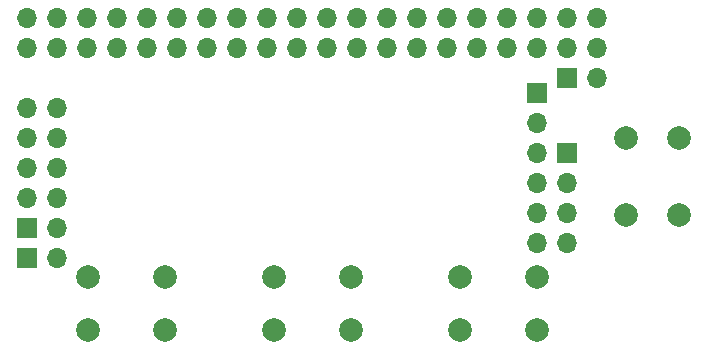
<source format=gbl>
G04 #@! TF.GenerationSoftware,KiCad,Pcbnew,(5.1.4)-1*
G04 #@! TF.CreationDate,2020-03-10T21:25:51+00:00*
G04 #@! TF.ProjectId,rgb-to-hdmi,7267622d-746f-42d6-9864-6d692e6b6963,rev?*
G04 #@! TF.SameCoordinates,Original*
G04 #@! TF.FileFunction,Copper,L2,Bot*
G04 #@! TF.FilePolarity,Positive*
%FSLAX46Y46*%
G04 Gerber Fmt 4.6, Leading zero omitted, Abs format (unit mm)*
G04 Created by KiCad (PCBNEW (5.1.4)-1) date 2020-03-10 21:25:51*
%MOMM*%
%LPD*%
G04 APERTURE LIST*
%ADD10R,1.700000X1.700000*%
%ADD11O,1.700000X1.700000*%
%ADD12C,2.000000*%
G04 APERTURE END LIST*
D10*
X24372000Y-44510960D03*
D11*
X26912000Y-44510960D03*
X24372000Y-41970960D03*
X26912000Y-41970960D03*
X24372000Y-39430960D03*
X26912000Y-39430960D03*
X24372000Y-36890960D03*
X26912000Y-36890960D03*
X24372000Y-34350960D03*
X26912000Y-34350960D03*
D10*
X70092000Y-38135560D03*
D11*
X70092000Y-40675560D03*
X70092000Y-43215560D03*
X70092000Y-45755560D03*
D10*
X67600800Y-33054001D03*
D11*
X67600800Y-35594001D03*
X67600800Y-38134001D03*
X67600800Y-40674001D03*
X67600800Y-43214001D03*
X67600800Y-45754001D03*
D12*
X29556000Y-53146960D03*
X29556000Y-48646960D03*
X36056000Y-53146960D03*
X36056000Y-48646960D03*
X51804000Y-48646960D03*
X51804000Y-53146960D03*
X45304000Y-48646960D03*
X45304000Y-53146960D03*
X67552000Y-48646960D03*
X67552000Y-53146960D03*
X61052000Y-48646960D03*
X61052000Y-53146960D03*
X79617000Y-43390960D03*
X75117000Y-43390960D03*
X79617000Y-36890960D03*
X75117000Y-36890960D03*
D10*
X24372000Y-47050960D03*
D11*
X26912000Y-47050960D03*
X24372000Y-29270960D03*
X24372000Y-26730960D03*
X26912000Y-29270960D03*
X26912000Y-26730960D03*
X29452000Y-29270960D03*
X29452000Y-26730960D03*
X31992000Y-29270960D03*
X31992000Y-26730960D03*
X34532000Y-29270960D03*
X34532000Y-26730960D03*
X37072000Y-29270960D03*
X37072000Y-26730960D03*
X39612000Y-29270960D03*
X39612000Y-26730960D03*
X42152000Y-29270960D03*
X42152000Y-26730960D03*
X44692000Y-29270960D03*
X44692000Y-26730960D03*
X47232000Y-29270960D03*
X47232000Y-26730960D03*
X49772000Y-29270960D03*
X49772000Y-26730960D03*
X52312000Y-29270960D03*
X52312000Y-26730960D03*
X54852000Y-29270960D03*
X54852000Y-26730960D03*
X57392000Y-29270960D03*
X57392000Y-26730960D03*
X59932000Y-29270960D03*
X59932000Y-26730960D03*
X62472000Y-29270960D03*
X62472000Y-26730960D03*
X65012000Y-29270960D03*
X65012000Y-26730960D03*
X67552000Y-29270960D03*
X67552000Y-26730960D03*
X70092000Y-29270960D03*
X70092000Y-26730960D03*
X72632000Y-29270960D03*
X72632000Y-26730960D03*
D10*
X70092000Y-31810960D03*
D11*
X72632000Y-31810960D03*
M02*

</source>
